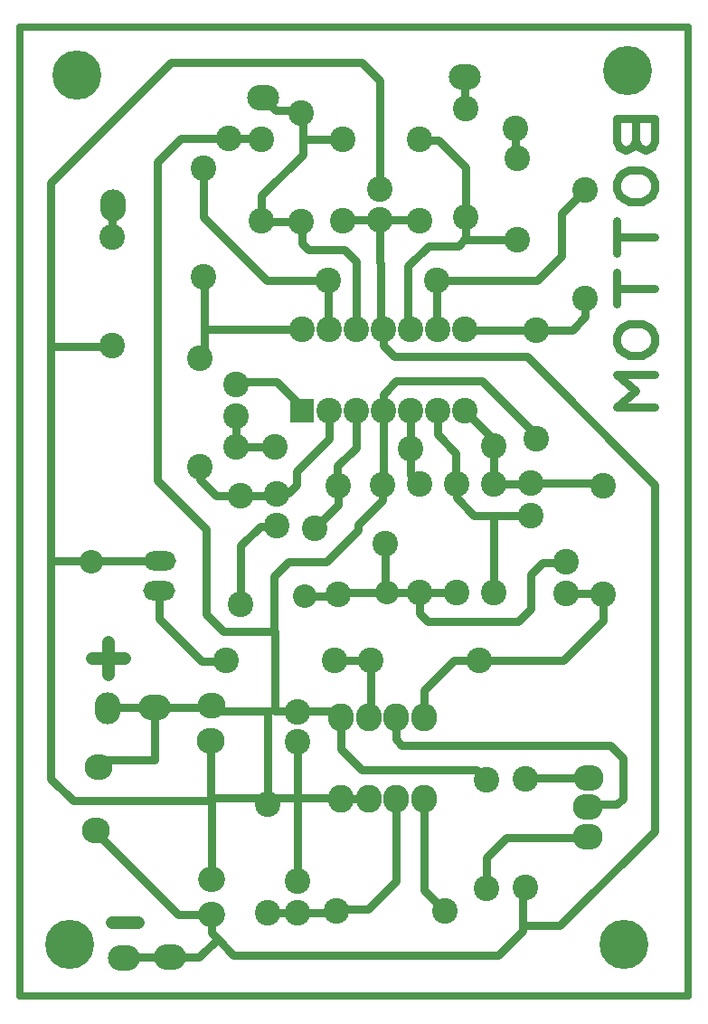
<source format=gbr>
G04 EasyPC Gerber Version 21.0.3 Build 4286 *
G04 #@! TF.Part,Single*
G04 #@! TF.FileFunction,Copper,L2,Bot *
G04 #@! TF.FilePolarity,Positive *
%FSLAX45Y45*%
%MOMM*%
G04 #@! TA.AperFunction,WasherPad*
%ADD117O,3.00000X1.80000*%
%ADD125O,2.40000X2.60000*%
%ADD18O,2.40000X3.00000*%
%ADD127O,2.50000X2.40000*%
%ADD126O,2.60000X2.40000*%
%ADD128O,2.80000X2.40000*%
%ADD14O,3.00000X2.40000*%
G04 #@! TA.AperFunction,ComponentPad*
%ADD132R,2.20000X2.20000*%
G04 #@! TD.AperFunction*
%ADD10C,0.63500*%
%ADD130C,0.80000*%
%ADD131C,1.20000*%
G04 #@! TA.AperFunction,ComponentPad*
%ADD77C,2.20000*%
G04 #@! TA.AperFunction,WasherPad*
%ADD124C,2.40000*%
%ADD129C,4.60000*%
X0Y0D02*
D02*
D10*
X31750Y31750D02*
X6286160D01*
Y9097950*
X31750*
Y31750*
X852780Y4108370D02*
X706960D01*
X700620Y4102030*
X2415590Y2700890D02*
X2425100D01*
Y2704060*
X2361700*
X2631150Y2691380D02*
Y2697720D01*
X2666790Y6276650D02*
X2666020D01*
Y6273480*
X3309530Y3008380D02*
Y3170050D01*
X3315870Y3176390*
X3439500Y4260530D02*
X3445840Y4266870D01*
D02*
D14*
X1001770Y393130D03*
X1290240Y2738930D03*
X1429720Y396300D03*
X2304640Y8443330D03*
X4197130Y8635130D03*
D02*
D18*
X849610Y2729420D03*
X900330Y7436870D03*
D02*
D77*
X700620Y4102030D03*
X2697720Y3775740D03*
X3461690Y3813560D03*
D02*
D117*
X1331450Y3823070D03*
X1337790Y4108370D03*
D02*
D124*
X893990Y6119720D03*
Y7135720D03*
X1715020Y4987220D03*
Y6003220D03*
X1749890Y6763230D03*
Y7779230D03*
X1959110Y3173220D03*
X1981300Y8064530D03*
X2050220Y5175850D03*
Y5461960D03*
Y5759940D03*
X2095420Y3704180D03*
Y4720180D03*
X2291960Y7286310D03*
Y8048310D03*
X2352190Y809970D03*
Y1825970D03*
X2412420Y5176660D03*
X2434610Y4438050D03*
Y4732050D03*
X2631150Y815550D03*
Y1109550D03*
Y2412420D03*
Y2691380D03*
X2662850Y7278370D03*
Y8294370D03*
X2666790Y6276650D03*
X2786480Y4412690D03*
X2913280Y6733130D03*
X2920790Y5514650D03*
Y6276650D03*
X2975110Y3173220D03*
X2994100Y827420D03*
X3008380Y3793160D03*
Y4809160D03*
X3049590Y7286310D03*
Y8048310D03*
X3174790Y5514650D03*
Y6276650D03*
X3315870Y3176390D03*
X3401460Y7294370D03*
Y7585860D03*
X3426820Y4813660D03*
X3428790Y5514650D03*
Y6276650D03*
X3445840Y4266870D03*
X3682790Y5514650D03*
Y6276650D03*
X3686760Y5154470D03*
X3769180Y3811370D03*
Y4827370D03*
X3772350Y7291050D03*
Y8053050D03*
X3929280Y6733130D03*
X3936790Y5514650D03*
Y6276650D03*
X4010100Y827420D03*
X4114710Y3811370D03*
Y4827370D03*
X4190790Y5514650D03*
Y6276650D03*
X4203470Y7321150D03*
Y8337150D03*
X4331870Y3176390D03*
X4400010Y1041380D03*
Y2057380D03*
X4463410Y5183000D03*
X4466580Y3811370D03*
Y4827370D03*
X4669460Y8156460D03*
X4688480Y7113530D03*
Y7875530D03*
X4758220Y1050890D03*
Y2066890D03*
X4812110Y4533150D03*
X4815280Y4835850D03*
X4862830Y5251140D03*
Y6267140D03*
X5141790Y3804050D03*
Y4098860D03*
X5322480Y6563520D03*
Y7579520D03*
X5487320Y3792940D03*
Y4808940D03*
D02*
D125*
X3033740Y1879860D03*
Y2643830D03*
X3296850Y1879860D03*
Y2643830D03*
X3547280Y1879860D03*
Y2643830D03*
X3810390Y1879860D03*
Y2643830D03*
D02*
D126*
X741830Y1585050D03*
X760850Y2174670D03*
X1816460Y2421930D03*
X1819630Y2748440D03*
D02*
D127*
X1822800Y795720D03*
X1825970Y1122230D03*
D02*
D128*
X5341500Y1527990D03*
X5347840Y1806950D03*
X5354180Y2073230D03*
D02*
D129*
X491400Y519930D03*
X561140Y8657320D03*
X5687030Y513590D03*
X5718730Y8692190D03*
D02*
D130*
X313880Y6114980D02*
Y5433430D01*
X320220*
Y4108370*
Y2070060*
X526270Y1864010*
X732320*
X735490Y1860840*
X745000*
X741830Y1585050D02*
Y1566030D01*
X1512140Y795720*
X1822800*
X745000Y1588220D02*
X741830Y1585050D01*
X852780Y4108370D02*
X320220D01*
X893990Y6119720D02*
Y6114980D01*
X313880*
X900330Y7436870D02*
X893990D01*
Y7135720*
X1290240Y2738930D02*
X859120D01*
X849610Y2729420*
X1290240Y2738930D02*
Y2244410D01*
X760850*
Y2174670*
X1290240Y2738930D02*
X1810120D01*
X1819630Y2748440*
X1331450Y3823070D02*
Y3566300D01*
X1730870Y3166880*
X1917900*
X1924240Y3173220*
X1959110*
X1337790Y4108370D02*
X852780D01*
X1429720Y396300D02*
X1705510D01*
X1878280Y569070*
X1429720Y396300D02*
X1004940D01*
X1001770Y393130*
X1715020Y4987220D02*
Y4872340D01*
X1867180Y4720180*
X2095420*
X1715020Y6003220D02*
X1753060D01*
Y6273480*
X1749890Y7779230D02*
Y7322750D01*
X2342680Y6729960*
X2910110*
X2913280Y6733130*
X1753060Y6273480D02*
Y6763230D01*
X1749890*
X1816460Y1886200D02*
Y1860840D01*
X745000*
X1816460Y2421930D02*
Y1886200D01*
X1822800Y795720D02*
Y624540D01*
X1878280Y569070*
X1825970Y1122230D02*
Y1876690D01*
X1816460Y1886200*
X1878280Y569070D02*
X2028850Y418490D01*
X4504620*
X4732860Y646730*
Y691110*
X1981300Y8064530D02*
X1537500D01*
X1312430Y7839460*
Y4862830*
X1775250Y4400010*
Y3610680*
X1936920Y3449010*
X2415590*
X1981300Y8064530D02*
X2275740D01*
X2291960Y8048310*
X2050220Y5175850D02*
X2406080D01*
Y5176660*
X2412420*
X2050220Y5461960D02*
Y5175850D01*
X2095420Y3704180D02*
Y4247850D01*
X2279280Y4431710*
X2428270*
X2434610Y4438050*
X2095420Y4720180D02*
X2422740D01*
X2434610Y4732050*
X2291960Y7286310D02*
Y7525630D01*
X2675530Y7909200*
Y8048310*
X2352190Y809970D02*
X2625570D01*
X2631150Y815550*
X2361700Y2704060D02*
X1889370D01*
X1844990Y2748440*
X1819630*
X2361700Y2704060D02*
X2352190D01*
Y1825970*
X2415590Y2700890D02*
Y3449010D01*
X2406080Y3458520*
Y3965720*
X2539220Y4098860*
X2900600*
X3198580Y4396840*
Y4447560*
X3426820Y4675800*
Y4813660*
X2631150Y815550D02*
X2982230D01*
X2994100Y827420*
X2631150Y1109550D02*
Y1886200D01*
X1816460*
X2631150Y2412420D02*
Y1886200D01*
Y2697720D02*
X2561410D01*
Y2700890*
X2415590*
X2662850Y7278370D02*
X2299900D01*
X2291960Y7286310*
X2662850Y8294370D02*
Y8321300D01*
X2426670*
X2304640Y8443330*
X2666020Y6273480D02*
X1753060D01*
X2666790Y5514650D02*
Y5543610D01*
X2431440Y5778960*
X2069240*
X2050220Y5759940*
X2675530Y8048310D02*
Y8281690D01*
X2662850Y8294370*
X2697720Y3775740D02*
X2990960D01*
X3008380Y3793160*
X2913280Y6733130D02*
Y6284160D01*
X2920790Y6276650*
Y5514650D02*
Y5247570D01*
X2615300Y4942080*
Y4818450*
X2542390Y4745540*
X2448100*
X2434610Y4732050*
X2975110Y3173220D02*
X3309530D01*
Y3008380*
X3008380Y4809160D02*
Y4634590D01*
X2786480Y4412690*
X3033740Y1879860D02*
Y1883030D01*
X3293680*
X3296850Y1879860*
X3033740D02*
X2967170D01*
X2960830Y1886200*
X2631150*
X3033740Y2643830D02*
Y2345850D01*
X3227110Y2152480*
X4304910*
X4400010Y2057380*
X3033740Y2643830D02*
Y2694550D01*
X3030570Y2697720*
X2631150*
X3049590Y8048310D02*
X2675530D01*
X3174790Y5514650D02*
Y5168720D01*
X2998870Y4992800*
Y4818670*
X3008380Y4809160*
X3174790Y6276650D02*
Y6912250D01*
X3071780Y7015260*
X2732590*
X2666020Y7081830*
Y7275200*
X2662850Y7278370*
X3309530Y3008380D02*
Y2656510D01*
X3296850Y2643830*
X3401460Y7294370D02*
X3057650D01*
X3049590Y7286310*
X3401460Y7294370D02*
X3769030D01*
X3772350Y7291050*
X3401460Y7294370D02*
Y6897740D01*
X3404630Y6894570*
Y6276650*
X3428790*
X3401460Y7585860D02*
Y8600260D01*
X3227110Y8774610*
X1439230*
X313880Y7649260*
Y6114980*
X3428790Y5514650D02*
Y5666810D01*
X3550450Y5788470*
X4358800*
X4834300Y5312970*
Y5279670*
X4862830Y5251140*
X3428790Y5514650D02*
Y4815630D01*
X3426820Y4813660*
X3428790Y6276650D02*
Y6122520D01*
X3534600Y6016710*
X4777240*
X5972330Y4821620*
Y1578710*
X5084730Y691110*
X4732860*
X3445840Y4266870D02*
Y3829410D01*
X3461690Y3813560*
X3464860Y3810390*
X3025610*
X3008380Y3793160*
X3547280Y1879860D02*
Y1106380D01*
X3284170Y843270*
X3009950*
X2994100Y827420*
X3547280Y2643830D02*
Y2437780D01*
X3604340Y2380720*
X5553890*
X5677520Y2257090*
Y1883030*
X5620460Y1825970*
X5366860*
X5347840Y1806950*
X3682790Y5514650D02*
Y5158440D01*
X3686760Y5154470*
X3682790Y6276650D02*
X3661400D01*
Y6865470*
X3852400Y7056470*
X4133730*
X4203470Y7126210*
X3686760Y5154470D02*
Y4909790D01*
X3769180Y4827370*
Y3811370D02*
Y3613850D01*
X3845260Y3537770*
X4694820*
X4812110Y3655060*
Y3978400*
X4919890Y4086180*
X5129110*
X5141790Y4098860*
X3769180Y3811370D02*
Y3810390D01*
X3464860*
X3810390Y1879860D02*
Y1027130D01*
X4010100Y827420*
X3810390Y2643830D02*
Y2894260D01*
X4089350Y3173220*
X4262130*
X4265300Y3176390*
X4331870*
X3929280Y6733130D02*
X4869170D01*
X5097410Y6961370*
Y7354450*
X5322480Y7579520*
X3929280Y6733130D02*
Y6284160D01*
X3936790Y6276650*
Y5514650D02*
Y5288010D01*
X4111540Y5113260*
Y4830540*
X4114710Y4827370*
Y3811370D02*
X3769180D01*
X4114710Y4827370D02*
Y4697990D01*
X4279550Y4533150*
X4466580*
X4197130Y8635130D02*
Y8343490D01*
X4203470Y8337150*
Y7126210D02*
Y7113530D01*
X4688480*
X4203470Y7321150D02*
Y7791910D01*
X3949870Y8045510*
X3779890*
X3772350Y8053050*
X4203470Y7321150D02*
Y7126210D01*
X4331870Y3176390D02*
X5116430D01*
X5487320Y3547280*
Y3792940*
X4400010Y1041380D02*
Y1328280D01*
X4583870Y1512140*
X5325650*
X5341500Y1527990*
X4463410Y5183000D02*
Y5242030D01*
X4190790Y5514650*
X4463410Y5183000D02*
Y4830540D01*
X4466580Y4827370*
Y3811370D02*
Y4533150D01*
X4812110*
X4466580Y4827370D02*
X4806800D01*
X4815280Y4835850*
X4669460Y8156460D02*
Y7894550D01*
X4688480Y7875530*
X4732860Y691110D02*
Y1025530D01*
X4758220Y1050890*
Y2066890D02*
Y2073230D01*
X5354180*
X4815280Y4835850D02*
X5460410D01*
X5487320Y4808940*
X4862830Y6267140D02*
X5198850D01*
X5322480Y6390770*
Y6563520*
X4862830Y6267140D02*
X4295400D01*
X4285890Y6276650*
X4190790*
X5487320Y3792940D02*
Y3804050D01*
X5141790*
X5794260Y8038390D02*
X5824260Y7978390D01*
X5884260Y7948390*
X5944260Y7978390*
X5974260Y8038390*
Y8248390*
X5614260*
Y8038390*
X5644260Y7978390*
X5704260Y7948390*
X5764260Y7978390*
X5794260Y8038390*
Y8248390*
X5854260Y7768390D02*
X5734260D01*
X5674260Y7738390*
X5644260Y7708390*
X5614260Y7648390*
Y7588390*
X5644260Y7528390*
X5674260Y7498390*
X5734260Y7468390*
X5854260*
X5914260Y7498390*
X5944260Y7528390*
X5974260Y7588390*
Y7648390*
X5944260Y7708390*
X5914260Y7738390*
X5854260Y7768390*
X5974260Y7138390D02*
X5614260D01*
Y7288390D02*
Y6988390D01*
X5974260Y6658390D02*
X5614260D01*
Y6808390D02*
Y6508390D01*
X5854260Y6328390D02*
X5734260D01*
X5674260Y6298390*
X5644260Y6268390*
X5614260Y6208390*
Y6148390*
X5644260Y6088390*
X5674260Y6058390*
X5734260Y6028390*
X5854260*
X5914260Y6058390*
X5944260Y6088390*
X5974260Y6148390*
Y6208390*
X5944260Y6268390*
X5914260Y6298390*
X5854260Y6328390*
X5974260Y5848390D02*
X5614260D01*
X5794260Y5698390*
X5614260Y5548390*
X5974260*
D02*
D131*
X706960Y3192850D02*
X1006960D01*
X856960Y3342850D02*
Y3042850D01*
X887650Y716450D02*
X1137650D01*
D02*
D132*
X2666790Y5514650D03*
X0Y0D02*
M02*

</source>
